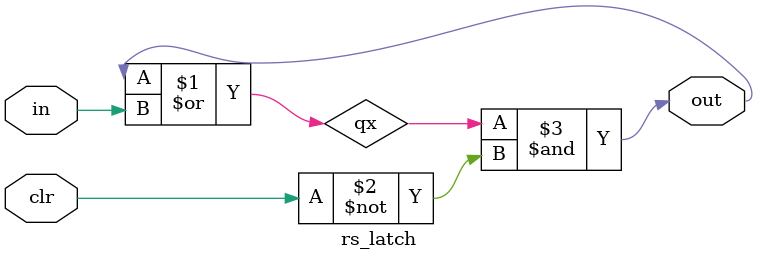
<source format=v>
`timescale 1ns / 1ps
/*
	Authors: Darren Stahl, Hasith Vidanamadura, Robert Nelson
    Date: December 6th 2013
*/

// =======================================================================================
// RS_LATCH
//	- Latches on a high, resets to low
//----------------------------------------------------------------------------------------
module rs_latch(in, clr, out);
  input in, clr;
  output out;
  
  wire in, clr, out;
  wire qx;
  
  assign qx = out | in;
  assign out = qx & ~clr;
endmodule

</source>
